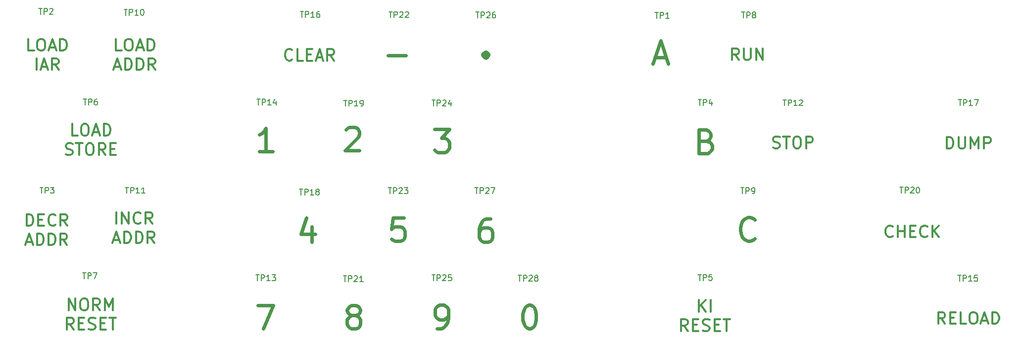
<source format=gbr>
G04 #@! TF.GenerationSoftware,KiCad,Pcbnew,5.1.5+dfsg1-2build2*
G04 #@! TF.CreationDate,2024-06-21T19:05:47+01:00*
G04 #@! TF.ProjectId,qt_touch1,71745f74-6f75-4636-9831-2e6b69636164,rev?*
G04 #@! TF.SameCoordinates,Original*
G04 #@! TF.FileFunction,Legend,Top*
G04 #@! TF.FilePolarity,Positive*
%FSLAX46Y46*%
G04 Gerber Fmt 4.6, Leading zero omitted, Abs format (unit mm)*
G04 Created by KiCad (PCBNEW 5.1.5+dfsg1-2build2) date 2024-06-21 19:05:47*
%MOMM*%
%LPD*%
G04 APERTURE LIST*
%ADD10C,0.300000*%
%ADD11C,0.600000*%
%ADD12C,1.000000*%
%ADD13C,0.150000*%
G04 APERTURE END LIST*
D10*
X212500000Y-108779761D02*
X211833333Y-107827380D01*
X211357142Y-108779761D02*
X211357142Y-106779761D01*
X212119047Y-106779761D01*
X212309523Y-106875000D01*
X212404761Y-106970238D01*
X212500000Y-107160714D01*
X212500000Y-107446428D01*
X212404761Y-107636904D01*
X212309523Y-107732142D01*
X212119047Y-107827380D01*
X211357142Y-107827380D01*
X213357142Y-107732142D02*
X214023809Y-107732142D01*
X214309523Y-108779761D02*
X213357142Y-108779761D01*
X213357142Y-106779761D01*
X214309523Y-106779761D01*
X216119047Y-108779761D02*
X215166666Y-108779761D01*
X215166666Y-106779761D01*
X217166666Y-106779761D02*
X217547619Y-106779761D01*
X217738095Y-106875000D01*
X217928571Y-107065476D01*
X218023809Y-107446428D01*
X218023809Y-108113095D01*
X217928571Y-108494047D01*
X217738095Y-108684523D01*
X217547619Y-108779761D01*
X217166666Y-108779761D01*
X216976190Y-108684523D01*
X216785714Y-108494047D01*
X216690476Y-108113095D01*
X216690476Y-107446428D01*
X216785714Y-107065476D01*
X216976190Y-106875000D01*
X217166666Y-106779761D01*
X218785714Y-108208333D02*
X219738095Y-108208333D01*
X218595238Y-108779761D02*
X219261904Y-106779761D01*
X219928571Y-108779761D01*
X220595238Y-108779761D02*
X220595238Y-106779761D01*
X221071428Y-106779761D01*
X221357142Y-106875000D01*
X221547619Y-107065476D01*
X221642857Y-107255952D01*
X221738095Y-107636904D01*
X221738095Y-107922619D01*
X221642857Y-108303571D01*
X221547619Y-108494047D01*
X221357142Y-108684523D01*
X221071428Y-108779761D01*
X220595238Y-108779761D01*
X170394000Y-106710361D02*
X170394000Y-104710361D01*
X171536857Y-106710361D02*
X170679714Y-105567504D01*
X171536857Y-104710361D02*
X170394000Y-105853219D01*
X172394000Y-106710361D02*
X172394000Y-104710361D01*
X168489238Y-110010361D02*
X167822571Y-109057980D01*
X167346380Y-110010361D02*
X167346380Y-108010361D01*
X168108285Y-108010361D01*
X168298761Y-108105600D01*
X168394000Y-108200838D01*
X168489238Y-108391314D01*
X168489238Y-108677028D01*
X168394000Y-108867504D01*
X168298761Y-108962742D01*
X168108285Y-109057980D01*
X167346380Y-109057980D01*
X169346380Y-108962742D02*
X170013047Y-108962742D01*
X170298761Y-110010361D02*
X169346380Y-110010361D01*
X169346380Y-108010361D01*
X170298761Y-108010361D01*
X171060666Y-109915123D02*
X171346380Y-110010361D01*
X171822571Y-110010361D01*
X172013047Y-109915123D01*
X172108285Y-109819885D01*
X172203523Y-109629409D01*
X172203523Y-109438933D01*
X172108285Y-109248457D01*
X172013047Y-109153219D01*
X171822571Y-109057980D01*
X171441619Y-108962742D01*
X171251142Y-108867504D01*
X171155904Y-108772266D01*
X171060666Y-108581790D01*
X171060666Y-108391314D01*
X171155904Y-108200838D01*
X171251142Y-108105600D01*
X171441619Y-108010361D01*
X171917809Y-108010361D01*
X172203523Y-108105600D01*
X173060666Y-108962742D02*
X173727333Y-108962742D01*
X174013047Y-110010361D02*
X173060666Y-110010361D01*
X173060666Y-108010361D01*
X174013047Y-108010361D01*
X174584476Y-108010361D02*
X175727333Y-108010361D01*
X175155904Y-110010361D02*
X175155904Y-108010361D01*
D11*
X179947295Y-94202971D02*
X179756819Y-94393447D01*
X179185390Y-94583923D01*
X178804438Y-94583923D01*
X178233009Y-94393447D01*
X177852057Y-94012495D01*
X177661580Y-93631542D01*
X177471104Y-92869638D01*
X177471104Y-92298209D01*
X177661580Y-91536304D01*
X177852057Y-91155352D01*
X178233009Y-90774400D01*
X178804438Y-90583923D01*
X179185390Y-90583923D01*
X179756819Y-90774400D01*
X179947295Y-90964876D01*
D10*
X183100647Y-78648723D02*
X183386361Y-78743961D01*
X183862552Y-78743961D01*
X184053028Y-78648723D01*
X184148266Y-78553485D01*
X184243504Y-78363009D01*
X184243504Y-78172533D01*
X184148266Y-77982057D01*
X184053028Y-77886819D01*
X183862552Y-77791580D01*
X183481600Y-77696342D01*
X183291123Y-77601104D01*
X183195885Y-77505866D01*
X183100647Y-77315390D01*
X183100647Y-77124914D01*
X183195885Y-76934438D01*
X183291123Y-76839200D01*
X183481600Y-76743961D01*
X183957790Y-76743961D01*
X184243504Y-76839200D01*
X184814933Y-76743961D02*
X185957790Y-76743961D01*
X185386361Y-78743961D02*
X185386361Y-76743961D01*
X187005409Y-76743961D02*
X187386361Y-76743961D01*
X187576838Y-76839200D01*
X187767314Y-77029676D01*
X187862552Y-77410628D01*
X187862552Y-78077295D01*
X187767314Y-78458247D01*
X187576838Y-78648723D01*
X187386361Y-78743961D01*
X187005409Y-78743961D01*
X186814933Y-78648723D01*
X186624457Y-78458247D01*
X186529219Y-78077295D01*
X186529219Y-77410628D01*
X186624457Y-77029676D01*
X186814933Y-76839200D01*
X187005409Y-76743961D01*
X188719695Y-78743961D02*
X188719695Y-76743961D01*
X189481600Y-76743961D01*
X189672076Y-76839200D01*
X189767314Y-76934438D01*
X189862552Y-77124914D01*
X189862552Y-77410628D01*
X189767314Y-77601104D01*
X189672076Y-77696342D01*
X189481600Y-77791580D01*
X188719695Y-77791580D01*
D11*
X171679714Y-77502685D02*
X172251142Y-77693161D01*
X172441619Y-77883638D01*
X172632095Y-78264590D01*
X172632095Y-78836019D01*
X172441619Y-79216971D01*
X172251142Y-79407447D01*
X171870190Y-79597923D01*
X170346380Y-79597923D01*
X170346380Y-75597923D01*
X171679714Y-75597923D01*
X172060666Y-75788400D01*
X172251142Y-75978876D01*
X172441619Y-76359828D01*
X172441619Y-76740780D01*
X172251142Y-77121733D01*
X172060666Y-77312209D01*
X171679714Y-77502685D01*
X170346380Y-77502685D01*
X162872419Y-63164266D02*
X164777180Y-63164266D01*
X162491466Y-64307123D02*
X163824800Y-60307123D01*
X165158133Y-64307123D01*
D10*
X177233009Y-63656361D02*
X176566342Y-62703980D01*
X176090152Y-63656361D02*
X176090152Y-61656361D01*
X176852057Y-61656361D01*
X177042533Y-61751600D01*
X177137771Y-61846838D01*
X177233009Y-62037314D01*
X177233009Y-62323028D01*
X177137771Y-62513504D01*
X177042533Y-62608742D01*
X176852057Y-62703980D01*
X176090152Y-62703980D01*
X178090152Y-61656361D02*
X178090152Y-63275409D01*
X178185390Y-63465885D01*
X178280628Y-63561123D01*
X178471104Y-63656361D01*
X178852057Y-63656361D01*
X179042533Y-63561123D01*
X179137771Y-63465885D01*
X179233009Y-63275409D01*
X179233009Y-61656361D01*
X180185390Y-63656361D02*
X180185390Y-61656361D01*
X181328247Y-63656361D01*
X181328247Y-61656361D01*
X212790114Y-78794761D02*
X212790114Y-76794761D01*
X213266304Y-76794761D01*
X213552019Y-76890000D01*
X213742495Y-77080476D01*
X213837733Y-77270952D01*
X213932971Y-77651904D01*
X213932971Y-77937619D01*
X213837733Y-78318571D01*
X213742495Y-78509047D01*
X213552019Y-78699523D01*
X213266304Y-78794761D01*
X212790114Y-78794761D01*
X214790114Y-76794761D02*
X214790114Y-78413809D01*
X214885352Y-78604285D01*
X214980590Y-78699523D01*
X215171066Y-78794761D01*
X215552019Y-78794761D01*
X215742495Y-78699523D01*
X215837733Y-78604285D01*
X215932971Y-78413809D01*
X215932971Y-76794761D01*
X216885352Y-78794761D02*
X216885352Y-76794761D01*
X217552019Y-78223333D01*
X218218685Y-76794761D01*
X218218685Y-78794761D01*
X219171066Y-78794761D02*
X219171066Y-76794761D01*
X219932971Y-76794761D01*
X220123447Y-76890000D01*
X220218685Y-76985238D01*
X220313923Y-77175714D01*
X220313923Y-77461428D01*
X220218685Y-77651904D01*
X220123447Y-77747142D01*
X219932971Y-77842380D01*
X219171066Y-77842380D01*
X203566666Y-93764285D02*
X203471428Y-93859523D01*
X203185714Y-93954761D01*
X202995238Y-93954761D01*
X202709523Y-93859523D01*
X202519047Y-93669047D01*
X202423809Y-93478571D01*
X202328571Y-93097619D01*
X202328571Y-92811904D01*
X202423809Y-92430952D01*
X202519047Y-92240476D01*
X202709523Y-92050000D01*
X202995238Y-91954761D01*
X203185714Y-91954761D01*
X203471428Y-92050000D01*
X203566666Y-92145238D01*
X204423809Y-93954761D02*
X204423809Y-91954761D01*
X204423809Y-92907142D02*
X205566666Y-92907142D01*
X205566666Y-93954761D02*
X205566666Y-91954761D01*
X206519047Y-92907142D02*
X207185714Y-92907142D01*
X207471428Y-93954761D02*
X206519047Y-93954761D01*
X206519047Y-91954761D01*
X207471428Y-91954761D01*
X209471428Y-93764285D02*
X209376190Y-93859523D01*
X209090476Y-93954761D01*
X208900000Y-93954761D01*
X208614285Y-93859523D01*
X208423809Y-93669047D01*
X208328571Y-93478571D01*
X208233333Y-93097619D01*
X208233333Y-92811904D01*
X208328571Y-92430952D01*
X208423809Y-92240476D01*
X208614285Y-92050000D01*
X208900000Y-91954761D01*
X209090476Y-91954761D01*
X209376190Y-92050000D01*
X209471428Y-92145238D01*
X210328571Y-93954761D02*
X210328571Y-91954761D01*
X211471428Y-93954761D02*
X210614285Y-92811904D01*
X211471428Y-91954761D02*
X210328571Y-93097619D01*
D11*
X104185504Y-92120457D02*
X104185504Y-94787123D01*
X103233123Y-90596647D02*
X102280742Y-93453790D01*
X104756933Y-93453790D01*
X119920780Y-90634723D02*
X118016019Y-90634723D01*
X117825542Y-92539485D01*
X118016019Y-92349009D01*
X118396971Y-92158533D01*
X119349352Y-92158533D01*
X119730304Y-92349009D01*
X119920780Y-92539485D01*
X120111257Y-92920438D01*
X120111257Y-93872819D01*
X119920780Y-94253771D01*
X119730304Y-94444247D01*
X119349352Y-94634723D01*
X118396971Y-94634723D01*
X118016019Y-94444247D01*
X117825542Y-94253771D01*
X134716304Y-90787123D02*
X133954400Y-90787123D01*
X133573447Y-90977600D01*
X133382971Y-91168076D01*
X133002019Y-91739504D01*
X132811542Y-92501409D01*
X132811542Y-94025219D01*
X133002019Y-94406171D01*
X133192495Y-94596647D01*
X133573447Y-94787123D01*
X134335352Y-94787123D01*
X134716304Y-94596647D01*
X134906780Y-94406171D01*
X135097257Y-94025219D01*
X135097257Y-93072838D01*
X134906780Y-92691885D01*
X134716304Y-92501409D01*
X134335352Y-92310933D01*
X133573447Y-92310933D01*
X133192495Y-92501409D01*
X133002019Y-92691885D01*
X132811542Y-93072838D01*
X141231523Y-105569923D02*
X141612476Y-105569923D01*
X141993428Y-105760400D01*
X142183904Y-105950876D01*
X142374380Y-106331828D01*
X142564857Y-107093733D01*
X142564857Y-108046114D01*
X142374380Y-108808019D01*
X142183904Y-109188971D01*
X141993428Y-109379447D01*
X141612476Y-109569923D01*
X141231523Y-109569923D01*
X140850571Y-109379447D01*
X140660095Y-109188971D01*
X140469619Y-108808019D01*
X140279142Y-108046114D01*
X140279142Y-107093733D01*
X140469619Y-106331828D01*
X140660095Y-105950876D01*
X140850571Y-105760400D01*
X141231523Y-105569923D01*
X125623295Y-109569923D02*
X126385200Y-109569923D01*
X126766152Y-109379447D01*
X126956628Y-109188971D01*
X127337580Y-108617542D01*
X127528057Y-107855638D01*
X127528057Y-106331828D01*
X127337580Y-105950876D01*
X127147104Y-105760400D01*
X126766152Y-105569923D01*
X126004247Y-105569923D01*
X125623295Y-105760400D01*
X125432819Y-105950876D01*
X125242342Y-106331828D01*
X125242342Y-107284209D01*
X125432819Y-107665161D01*
X125623295Y-107855638D01*
X126004247Y-108046114D01*
X126766152Y-108046114D01*
X127147104Y-107855638D01*
X127337580Y-107665161D01*
X127528057Y-107284209D01*
X110967447Y-107335009D02*
X110586495Y-107144533D01*
X110396019Y-106954057D01*
X110205542Y-106573104D01*
X110205542Y-106382628D01*
X110396019Y-106001676D01*
X110586495Y-105811200D01*
X110967447Y-105620723D01*
X111729352Y-105620723D01*
X112110304Y-105811200D01*
X112300780Y-106001676D01*
X112491257Y-106382628D01*
X112491257Y-106573104D01*
X112300780Y-106954057D01*
X112110304Y-107144533D01*
X111729352Y-107335009D01*
X110967447Y-107335009D01*
X110586495Y-107525485D01*
X110396019Y-107715961D01*
X110205542Y-108096914D01*
X110205542Y-108858819D01*
X110396019Y-109239771D01*
X110586495Y-109430247D01*
X110967447Y-109620723D01*
X111729352Y-109620723D01*
X112110304Y-109430247D01*
X112300780Y-109239771D01*
X112491257Y-108858819D01*
X112491257Y-108096914D01*
X112300780Y-107715961D01*
X112110304Y-107525485D01*
X111729352Y-107335009D01*
X94927466Y-105620723D02*
X97594133Y-105620723D01*
X95879847Y-109620723D01*
X97454457Y-79293123D02*
X95168742Y-79293123D01*
X96311600Y-79293123D02*
X96311600Y-75293123D01*
X95930647Y-75864552D01*
X95549695Y-76245504D01*
X95168742Y-76435980D01*
X110053142Y-75521676D02*
X110243619Y-75331200D01*
X110624571Y-75140723D01*
X111576952Y-75140723D01*
X111957904Y-75331200D01*
X112148380Y-75521676D01*
X112338857Y-75902628D01*
X112338857Y-76283580D01*
X112148380Y-76855009D01*
X109862666Y-79140723D01*
X112338857Y-79140723D01*
X125204266Y-75445523D02*
X127680457Y-75445523D01*
X126347123Y-76969333D01*
X126918552Y-76969333D01*
X127299504Y-77159809D01*
X127489980Y-77350285D01*
X127680457Y-77731238D01*
X127680457Y-78683619D01*
X127489980Y-79064571D01*
X127299504Y-79255047D01*
X126918552Y-79445523D01*
X125775695Y-79445523D01*
X125394742Y-79255047D01*
X125204266Y-79064571D01*
D10*
X70708780Y-91673561D02*
X70708780Y-89673561D01*
X71661161Y-91673561D02*
X71661161Y-89673561D01*
X72804019Y-91673561D01*
X72804019Y-89673561D01*
X74899257Y-91483085D02*
X74804019Y-91578323D01*
X74518304Y-91673561D01*
X74327828Y-91673561D01*
X74042114Y-91578323D01*
X73851638Y-91387847D01*
X73756400Y-91197371D01*
X73661161Y-90816419D01*
X73661161Y-90530704D01*
X73756400Y-90149752D01*
X73851638Y-89959276D01*
X74042114Y-89768800D01*
X74327828Y-89673561D01*
X74518304Y-89673561D01*
X74804019Y-89768800D01*
X74899257Y-89864038D01*
X76899257Y-91673561D02*
X76232590Y-90721180D01*
X75756400Y-91673561D02*
X75756400Y-89673561D01*
X76518304Y-89673561D01*
X76708780Y-89768800D01*
X76804019Y-89864038D01*
X76899257Y-90054514D01*
X76899257Y-90340228D01*
X76804019Y-90530704D01*
X76708780Y-90625942D01*
X76518304Y-90721180D01*
X75756400Y-90721180D01*
X70280209Y-94402133D02*
X71232590Y-94402133D01*
X70089733Y-94973561D02*
X70756400Y-92973561D01*
X71423066Y-94973561D01*
X72089733Y-94973561D02*
X72089733Y-92973561D01*
X72565923Y-92973561D01*
X72851638Y-93068800D01*
X73042114Y-93259276D01*
X73137352Y-93449752D01*
X73232590Y-93830704D01*
X73232590Y-94116419D01*
X73137352Y-94497371D01*
X73042114Y-94687847D01*
X72851638Y-94878323D01*
X72565923Y-94973561D01*
X72089733Y-94973561D01*
X74089733Y-94973561D02*
X74089733Y-92973561D01*
X74565923Y-92973561D01*
X74851638Y-93068800D01*
X75042114Y-93259276D01*
X75137352Y-93449752D01*
X75232590Y-93830704D01*
X75232590Y-94116419D01*
X75137352Y-94497371D01*
X75042114Y-94687847D01*
X74851638Y-94878323D01*
X74565923Y-94973561D01*
X74089733Y-94973561D01*
X77232590Y-94973561D02*
X76565923Y-94021180D01*
X76089733Y-94973561D02*
X76089733Y-92973561D01*
X76851638Y-92973561D01*
X77042114Y-93068800D01*
X77137352Y-93164038D01*
X77232590Y-93354514D01*
X77232590Y-93640228D01*
X77137352Y-93830704D01*
X77042114Y-93925942D01*
X76851638Y-94021180D01*
X76089733Y-94021180D01*
X55392628Y-92029161D02*
X55392628Y-90029161D01*
X55868819Y-90029161D01*
X56154533Y-90124400D01*
X56345009Y-90314876D01*
X56440247Y-90505352D01*
X56535485Y-90886304D01*
X56535485Y-91172019D01*
X56440247Y-91552971D01*
X56345009Y-91743447D01*
X56154533Y-91933923D01*
X55868819Y-92029161D01*
X55392628Y-92029161D01*
X57392628Y-90981542D02*
X58059295Y-90981542D01*
X58345009Y-92029161D02*
X57392628Y-92029161D01*
X57392628Y-90029161D01*
X58345009Y-90029161D01*
X60345009Y-91838685D02*
X60249771Y-91933923D01*
X59964057Y-92029161D01*
X59773580Y-92029161D01*
X59487866Y-91933923D01*
X59297390Y-91743447D01*
X59202152Y-91552971D01*
X59106914Y-91172019D01*
X59106914Y-90886304D01*
X59202152Y-90505352D01*
X59297390Y-90314876D01*
X59487866Y-90124400D01*
X59773580Y-90029161D01*
X59964057Y-90029161D01*
X60249771Y-90124400D01*
X60345009Y-90219638D01*
X62345009Y-92029161D02*
X61678342Y-91076780D01*
X61202152Y-92029161D02*
X61202152Y-90029161D01*
X61964057Y-90029161D01*
X62154533Y-90124400D01*
X62249771Y-90219638D01*
X62345009Y-90410114D01*
X62345009Y-90695828D01*
X62249771Y-90886304D01*
X62154533Y-90981542D01*
X61964057Y-91076780D01*
X61202152Y-91076780D01*
X55345009Y-94757733D02*
X56297390Y-94757733D01*
X55154533Y-95329161D02*
X55821200Y-93329161D01*
X56487866Y-95329161D01*
X57154533Y-95329161D02*
X57154533Y-93329161D01*
X57630723Y-93329161D01*
X57916438Y-93424400D01*
X58106914Y-93614876D01*
X58202152Y-93805352D01*
X58297390Y-94186304D01*
X58297390Y-94472019D01*
X58202152Y-94852971D01*
X58106914Y-95043447D01*
X57916438Y-95233923D01*
X57630723Y-95329161D01*
X57154533Y-95329161D01*
X59154533Y-95329161D02*
X59154533Y-93329161D01*
X59630723Y-93329161D01*
X59916438Y-93424400D01*
X60106914Y-93614876D01*
X60202152Y-93805352D01*
X60297390Y-94186304D01*
X60297390Y-94472019D01*
X60202152Y-94852971D01*
X60106914Y-95043447D01*
X59916438Y-95233923D01*
X59630723Y-95329161D01*
X59154533Y-95329161D01*
X62297390Y-95329161D02*
X61630723Y-94376780D01*
X61154533Y-95329161D02*
X61154533Y-93329161D01*
X61916438Y-93329161D01*
X62106914Y-93424400D01*
X62202152Y-93519638D01*
X62297390Y-93710114D01*
X62297390Y-93995828D01*
X62202152Y-94186304D01*
X62106914Y-94281542D01*
X61916438Y-94376780D01*
X61154533Y-94376780D01*
X64104685Y-76585961D02*
X63152304Y-76585961D01*
X63152304Y-74585961D01*
X65152304Y-74585961D02*
X65533257Y-74585961D01*
X65723733Y-74681200D01*
X65914209Y-74871676D01*
X66009447Y-75252628D01*
X66009447Y-75919295D01*
X65914209Y-76300247D01*
X65723733Y-76490723D01*
X65533257Y-76585961D01*
X65152304Y-76585961D01*
X64961828Y-76490723D01*
X64771352Y-76300247D01*
X64676114Y-75919295D01*
X64676114Y-75252628D01*
X64771352Y-74871676D01*
X64961828Y-74681200D01*
X65152304Y-74585961D01*
X66771352Y-76014533D02*
X67723733Y-76014533D01*
X66580876Y-76585961D02*
X67247542Y-74585961D01*
X67914209Y-76585961D01*
X68580876Y-76585961D02*
X68580876Y-74585961D01*
X69057066Y-74585961D01*
X69342780Y-74681200D01*
X69533257Y-74871676D01*
X69628495Y-75062152D01*
X69723733Y-75443104D01*
X69723733Y-75728819D01*
X69628495Y-76109771D01*
X69533257Y-76300247D01*
X69342780Y-76490723D01*
X69057066Y-76585961D01*
X68580876Y-76585961D01*
X62104685Y-79790723D02*
X62390400Y-79885961D01*
X62866590Y-79885961D01*
X63057066Y-79790723D01*
X63152304Y-79695485D01*
X63247542Y-79505009D01*
X63247542Y-79314533D01*
X63152304Y-79124057D01*
X63057066Y-79028819D01*
X62866590Y-78933580D01*
X62485638Y-78838342D01*
X62295161Y-78743104D01*
X62199923Y-78647866D01*
X62104685Y-78457390D01*
X62104685Y-78266914D01*
X62199923Y-78076438D01*
X62295161Y-77981200D01*
X62485638Y-77885961D01*
X62961828Y-77885961D01*
X63247542Y-77981200D01*
X63818971Y-77885961D02*
X64961828Y-77885961D01*
X64390400Y-79885961D02*
X64390400Y-77885961D01*
X66009447Y-77885961D02*
X66390400Y-77885961D01*
X66580876Y-77981200D01*
X66771352Y-78171676D01*
X66866590Y-78552628D01*
X66866590Y-79219295D01*
X66771352Y-79600247D01*
X66580876Y-79790723D01*
X66390400Y-79885961D01*
X66009447Y-79885961D01*
X65818971Y-79790723D01*
X65628495Y-79600247D01*
X65533257Y-79219295D01*
X65533257Y-78552628D01*
X65628495Y-78171676D01*
X65818971Y-77981200D01*
X66009447Y-77885961D01*
X68866590Y-79885961D02*
X68199923Y-78933580D01*
X67723733Y-79885961D02*
X67723733Y-77885961D01*
X68485638Y-77885961D01*
X68676114Y-77981200D01*
X68771352Y-78076438D01*
X68866590Y-78266914D01*
X68866590Y-78552628D01*
X68771352Y-78743104D01*
X68676114Y-78838342D01*
X68485638Y-78933580D01*
X67723733Y-78933580D01*
X69723733Y-78838342D02*
X70390400Y-78838342D01*
X70676114Y-79885961D02*
X69723733Y-79885961D01*
X69723733Y-77885961D01*
X70676114Y-77885961D01*
X62577695Y-106456361D02*
X62577695Y-104456361D01*
X63720552Y-106456361D01*
X63720552Y-104456361D01*
X65053885Y-104456361D02*
X65434838Y-104456361D01*
X65625314Y-104551600D01*
X65815790Y-104742076D01*
X65911028Y-105123028D01*
X65911028Y-105789695D01*
X65815790Y-106170647D01*
X65625314Y-106361123D01*
X65434838Y-106456361D01*
X65053885Y-106456361D01*
X64863409Y-106361123D01*
X64672933Y-106170647D01*
X64577695Y-105789695D01*
X64577695Y-105123028D01*
X64672933Y-104742076D01*
X64863409Y-104551600D01*
X65053885Y-104456361D01*
X67911028Y-106456361D02*
X67244361Y-105503980D01*
X66768171Y-106456361D02*
X66768171Y-104456361D01*
X67530076Y-104456361D01*
X67720552Y-104551600D01*
X67815790Y-104646838D01*
X67911028Y-104837314D01*
X67911028Y-105123028D01*
X67815790Y-105313504D01*
X67720552Y-105408742D01*
X67530076Y-105503980D01*
X66768171Y-105503980D01*
X68768171Y-106456361D02*
X68768171Y-104456361D01*
X69434838Y-105884933D01*
X70101504Y-104456361D01*
X70101504Y-106456361D01*
X63434838Y-109756361D02*
X62768171Y-108803980D01*
X62291980Y-109756361D02*
X62291980Y-107756361D01*
X63053885Y-107756361D01*
X63244361Y-107851600D01*
X63339600Y-107946838D01*
X63434838Y-108137314D01*
X63434838Y-108423028D01*
X63339600Y-108613504D01*
X63244361Y-108708742D01*
X63053885Y-108803980D01*
X62291980Y-108803980D01*
X64291980Y-108708742D02*
X64958647Y-108708742D01*
X65244361Y-109756361D02*
X64291980Y-109756361D01*
X64291980Y-107756361D01*
X65244361Y-107756361D01*
X66006266Y-109661123D02*
X66291980Y-109756361D01*
X66768171Y-109756361D01*
X66958647Y-109661123D01*
X67053885Y-109565885D01*
X67149123Y-109375409D01*
X67149123Y-109184933D01*
X67053885Y-108994457D01*
X66958647Y-108899219D01*
X66768171Y-108803980D01*
X66387219Y-108708742D01*
X66196742Y-108613504D01*
X66101504Y-108518266D01*
X66006266Y-108327790D01*
X66006266Y-108137314D01*
X66101504Y-107946838D01*
X66196742Y-107851600D01*
X66387219Y-107756361D01*
X66863409Y-107756361D01*
X67149123Y-107851600D01*
X68006266Y-108708742D02*
X68672933Y-108708742D01*
X68958647Y-109756361D02*
X68006266Y-109756361D01*
X68006266Y-107756361D01*
X68958647Y-107756361D01*
X69530076Y-107756361D02*
X70672933Y-107756361D01*
X70101504Y-109756361D02*
X70101504Y-107756361D01*
X71623085Y-62057161D02*
X70670704Y-62057161D01*
X70670704Y-60057161D01*
X72670704Y-60057161D02*
X73051657Y-60057161D01*
X73242133Y-60152400D01*
X73432609Y-60342876D01*
X73527847Y-60723828D01*
X73527847Y-61390495D01*
X73432609Y-61771447D01*
X73242133Y-61961923D01*
X73051657Y-62057161D01*
X72670704Y-62057161D01*
X72480228Y-61961923D01*
X72289752Y-61771447D01*
X72194514Y-61390495D01*
X72194514Y-60723828D01*
X72289752Y-60342876D01*
X72480228Y-60152400D01*
X72670704Y-60057161D01*
X74289752Y-61485733D02*
X75242133Y-61485733D01*
X74099276Y-62057161D02*
X74765942Y-60057161D01*
X75432609Y-62057161D01*
X76099276Y-62057161D02*
X76099276Y-60057161D01*
X76575466Y-60057161D01*
X76861180Y-60152400D01*
X77051657Y-60342876D01*
X77146895Y-60533352D01*
X77242133Y-60914304D01*
X77242133Y-61200019D01*
X77146895Y-61580971D01*
X77051657Y-61771447D01*
X76861180Y-61961923D01*
X76575466Y-62057161D01*
X76099276Y-62057161D01*
X70432609Y-64785733D02*
X71384990Y-64785733D01*
X70242133Y-65357161D02*
X70908800Y-63357161D01*
X71575466Y-65357161D01*
X72242133Y-65357161D02*
X72242133Y-63357161D01*
X72718323Y-63357161D01*
X73004038Y-63452400D01*
X73194514Y-63642876D01*
X73289752Y-63833352D01*
X73384990Y-64214304D01*
X73384990Y-64500019D01*
X73289752Y-64880971D01*
X73194514Y-65071447D01*
X73004038Y-65261923D01*
X72718323Y-65357161D01*
X72242133Y-65357161D01*
X74242133Y-65357161D02*
X74242133Y-63357161D01*
X74718323Y-63357161D01*
X75004038Y-63452400D01*
X75194514Y-63642876D01*
X75289752Y-63833352D01*
X75384990Y-64214304D01*
X75384990Y-64500019D01*
X75289752Y-64880971D01*
X75194514Y-65071447D01*
X75004038Y-65261923D01*
X74718323Y-65357161D01*
X74242133Y-65357161D01*
X77384990Y-65357161D02*
X76718323Y-64404780D01*
X76242133Y-65357161D02*
X76242133Y-63357161D01*
X77004038Y-63357161D01*
X77194514Y-63452400D01*
X77289752Y-63547638D01*
X77384990Y-63738114D01*
X77384990Y-64023828D01*
X77289752Y-64214304D01*
X77194514Y-64309542D01*
X77004038Y-64404780D01*
X76242133Y-64404780D01*
X56637085Y-62057161D02*
X55684704Y-62057161D01*
X55684704Y-60057161D01*
X57684704Y-60057161D02*
X58065657Y-60057161D01*
X58256133Y-60152400D01*
X58446609Y-60342876D01*
X58541847Y-60723828D01*
X58541847Y-61390495D01*
X58446609Y-61771447D01*
X58256133Y-61961923D01*
X58065657Y-62057161D01*
X57684704Y-62057161D01*
X57494228Y-61961923D01*
X57303752Y-61771447D01*
X57208514Y-61390495D01*
X57208514Y-60723828D01*
X57303752Y-60342876D01*
X57494228Y-60152400D01*
X57684704Y-60057161D01*
X59303752Y-61485733D02*
X60256133Y-61485733D01*
X59113276Y-62057161D02*
X59779942Y-60057161D01*
X60446609Y-62057161D01*
X61113276Y-62057161D02*
X61113276Y-60057161D01*
X61589466Y-60057161D01*
X61875180Y-60152400D01*
X62065657Y-60342876D01*
X62160895Y-60533352D01*
X62256133Y-60914304D01*
X62256133Y-61200019D01*
X62160895Y-61580971D01*
X62065657Y-61771447D01*
X61875180Y-61961923D01*
X61589466Y-62057161D01*
X61113276Y-62057161D01*
X57065657Y-65357161D02*
X57065657Y-63357161D01*
X57922800Y-64785733D02*
X58875180Y-64785733D01*
X57732323Y-65357161D02*
X58398990Y-63357161D01*
X59065657Y-65357161D01*
X60875180Y-65357161D02*
X60208514Y-64404780D01*
X59732323Y-65357161D02*
X59732323Y-63357161D01*
X60494228Y-63357161D01*
X60684704Y-63452400D01*
X60779942Y-63547638D01*
X60875180Y-63738114D01*
X60875180Y-64023828D01*
X60779942Y-64214304D01*
X60684704Y-64309542D01*
X60494228Y-64404780D01*
X59732323Y-64404780D01*
X100826819Y-63567485D02*
X100731580Y-63662723D01*
X100445866Y-63757961D01*
X100255390Y-63757961D01*
X99969676Y-63662723D01*
X99779200Y-63472247D01*
X99683961Y-63281771D01*
X99588723Y-62900819D01*
X99588723Y-62615104D01*
X99683961Y-62234152D01*
X99779200Y-62043676D01*
X99969676Y-61853200D01*
X100255390Y-61757961D01*
X100445866Y-61757961D01*
X100731580Y-61853200D01*
X100826819Y-61948438D01*
X102636342Y-63757961D02*
X101683961Y-63757961D01*
X101683961Y-61757961D01*
X103303009Y-62710342D02*
X103969676Y-62710342D01*
X104255390Y-63757961D02*
X103303009Y-63757961D01*
X103303009Y-61757961D01*
X104255390Y-61757961D01*
X105017295Y-63186533D02*
X105969676Y-63186533D01*
X104826819Y-63757961D02*
X105493485Y-61757961D01*
X106160152Y-63757961D01*
X107969676Y-63757961D02*
X107303009Y-62805580D01*
X106826819Y-63757961D02*
X106826819Y-61757961D01*
X107588723Y-61757961D01*
X107779200Y-61853200D01*
X107874438Y-61948438D01*
X107969676Y-62138914D01*
X107969676Y-62424628D01*
X107874438Y-62615104D01*
X107779200Y-62710342D01*
X107588723Y-62805580D01*
X106826819Y-62805580D01*
D11*
X117241390Y-62834114D02*
X120289009Y-62834114D01*
D12*
X133954400Y-62506857D02*
X134240114Y-62792571D01*
X133954400Y-63078285D01*
X133668685Y-62792571D01*
X133954400Y-62506857D01*
X133954400Y-63078285D01*
D13*
X139486904Y-100477380D02*
X140058333Y-100477380D01*
X139772619Y-101477380D02*
X139772619Y-100477380D01*
X140391666Y-101477380D02*
X140391666Y-100477380D01*
X140772619Y-100477380D01*
X140867857Y-100525000D01*
X140915476Y-100572619D01*
X140963095Y-100667857D01*
X140963095Y-100810714D01*
X140915476Y-100905952D01*
X140867857Y-100953571D01*
X140772619Y-101001190D01*
X140391666Y-101001190D01*
X141344047Y-100572619D02*
X141391666Y-100525000D01*
X141486904Y-100477380D01*
X141725000Y-100477380D01*
X141820238Y-100525000D01*
X141867857Y-100572619D01*
X141915476Y-100667857D01*
X141915476Y-100763095D01*
X141867857Y-100905952D01*
X141296428Y-101477380D01*
X141915476Y-101477380D01*
X142486904Y-100905952D02*
X142391666Y-100858333D01*
X142344047Y-100810714D01*
X142296428Y-100715476D01*
X142296428Y-100667857D01*
X142344047Y-100572619D01*
X142391666Y-100525000D01*
X142486904Y-100477380D01*
X142677380Y-100477380D01*
X142772619Y-100525000D01*
X142820238Y-100572619D01*
X142867857Y-100667857D01*
X142867857Y-100715476D01*
X142820238Y-100810714D01*
X142772619Y-100858333D01*
X142677380Y-100905952D01*
X142486904Y-100905952D01*
X142391666Y-100953571D01*
X142344047Y-101001190D01*
X142296428Y-101096428D01*
X142296428Y-101286904D01*
X142344047Y-101382142D01*
X142391666Y-101429761D01*
X142486904Y-101477380D01*
X142677380Y-101477380D01*
X142772619Y-101429761D01*
X142820238Y-101382142D01*
X142867857Y-101286904D01*
X142867857Y-101096428D01*
X142820238Y-101001190D01*
X142772619Y-100953571D01*
X142677380Y-100905952D01*
X132061904Y-85477380D02*
X132633333Y-85477380D01*
X132347619Y-86477380D02*
X132347619Y-85477380D01*
X132966666Y-86477380D02*
X132966666Y-85477380D01*
X133347619Y-85477380D01*
X133442857Y-85525000D01*
X133490476Y-85572619D01*
X133538095Y-85667857D01*
X133538095Y-85810714D01*
X133490476Y-85905952D01*
X133442857Y-85953571D01*
X133347619Y-86001190D01*
X132966666Y-86001190D01*
X133919047Y-85572619D02*
X133966666Y-85525000D01*
X134061904Y-85477380D01*
X134300000Y-85477380D01*
X134395238Y-85525000D01*
X134442857Y-85572619D01*
X134490476Y-85667857D01*
X134490476Y-85763095D01*
X134442857Y-85905952D01*
X133871428Y-86477380D01*
X134490476Y-86477380D01*
X134823809Y-85477380D02*
X135490476Y-85477380D01*
X135061904Y-86477380D01*
X132236904Y-55452380D02*
X132808333Y-55452380D01*
X132522619Y-56452380D02*
X132522619Y-55452380D01*
X133141666Y-56452380D02*
X133141666Y-55452380D01*
X133522619Y-55452380D01*
X133617857Y-55500000D01*
X133665476Y-55547619D01*
X133713095Y-55642857D01*
X133713095Y-55785714D01*
X133665476Y-55880952D01*
X133617857Y-55928571D01*
X133522619Y-55976190D01*
X133141666Y-55976190D01*
X134094047Y-55547619D02*
X134141666Y-55500000D01*
X134236904Y-55452380D01*
X134475000Y-55452380D01*
X134570238Y-55500000D01*
X134617857Y-55547619D01*
X134665476Y-55642857D01*
X134665476Y-55738095D01*
X134617857Y-55880952D01*
X134046428Y-56452380D01*
X134665476Y-56452380D01*
X135522619Y-55452380D02*
X135332142Y-55452380D01*
X135236904Y-55500000D01*
X135189285Y-55547619D01*
X135094047Y-55690476D01*
X135046428Y-55880952D01*
X135046428Y-56261904D01*
X135094047Y-56357142D01*
X135141666Y-56404761D01*
X135236904Y-56452380D01*
X135427380Y-56452380D01*
X135522619Y-56404761D01*
X135570238Y-56357142D01*
X135617857Y-56261904D01*
X135617857Y-56023809D01*
X135570238Y-55928571D01*
X135522619Y-55880952D01*
X135427380Y-55833333D01*
X135236904Y-55833333D01*
X135141666Y-55880952D01*
X135094047Y-55928571D01*
X135046428Y-56023809D01*
X124711904Y-100402380D02*
X125283333Y-100402380D01*
X124997619Y-101402380D02*
X124997619Y-100402380D01*
X125616666Y-101402380D02*
X125616666Y-100402380D01*
X125997619Y-100402380D01*
X126092857Y-100450000D01*
X126140476Y-100497619D01*
X126188095Y-100592857D01*
X126188095Y-100735714D01*
X126140476Y-100830952D01*
X126092857Y-100878571D01*
X125997619Y-100926190D01*
X125616666Y-100926190D01*
X126569047Y-100497619D02*
X126616666Y-100450000D01*
X126711904Y-100402380D01*
X126950000Y-100402380D01*
X127045238Y-100450000D01*
X127092857Y-100497619D01*
X127140476Y-100592857D01*
X127140476Y-100688095D01*
X127092857Y-100830952D01*
X126521428Y-101402380D01*
X127140476Y-101402380D01*
X128045238Y-100402380D02*
X127569047Y-100402380D01*
X127521428Y-100878571D01*
X127569047Y-100830952D01*
X127664285Y-100783333D01*
X127902380Y-100783333D01*
X127997619Y-100830952D01*
X128045238Y-100878571D01*
X128092857Y-100973809D01*
X128092857Y-101211904D01*
X128045238Y-101307142D01*
X127997619Y-101354761D01*
X127902380Y-101402380D01*
X127664285Y-101402380D01*
X127569047Y-101354761D01*
X127521428Y-101307142D01*
X124711904Y-70502380D02*
X125283333Y-70502380D01*
X124997619Y-71502380D02*
X124997619Y-70502380D01*
X125616666Y-71502380D02*
X125616666Y-70502380D01*
X125997619Y-70502380D01*
X126092857Y-70550000D01*
X126140476Y-70597619D01*
X126188095Y-70692857D01*
X126188095Y-70835714D01*
X126140476Y-70930952D01*
X126092857Y-70978571D01*
X125997619Y-71026190D01*
X125616666Y-71026190D01*
X126569047Y-70597619D02*
X126616666Y-70550000D01*
X126711904Y-70502380D01*
X126950000Y-70502380D01*
X127045238Y-70550000D01*
X127092857Y-70597619D01*
X127140476Y-70692857D01*
X127140476Y-70788095D01*
X127092857Y-70930952D01*
X126521428Y-71502380D01*
X127140476Y-71502380D01*
X127997619Y-70835714D02*
X127997619Y-71502380D01*
X127759523Y-70454761D02*
X127521428Y-71169047D01*
X128140476Y-71169047D01*
X117236904Y-85502380D02*
X117808333Y-85502380D01*
X117522619Y-86502380D02*
X117522619Y-85502380D01*
X118141666Y-86502380D02*
X118141666Y-85502380D01*
X118522619Y-85502380D01*
X118617857Y-85550000D01*
X118665476Y-85597619D01*
X118713095Y-85692857D01*
X118713095Y-85835714D01*
X118665476Y-85930952D01*
X118617857Y-85978571D01*
X118522619Y-86026190D01*
X118141666Y-86026190D01*
X119094047Y-85597619D02*
X119141666Y-85550000D01*
X119236904Y-85502380D01*
X119475000Y-85502380D01*
X119570238Y-85550000D01*
X119617857Y-85597619D01*
X119665476Y-85692857D01*
X119665476Y-85788095D01*
X119617857Y-85930952D01*
X119046428Y-86502380D01*
X119665476Y-86502380D01*
X119998809Y-85502380D02*
X120617857Y-85502380D01*
X120284523Y-85883333D01*
X120427380Y-85883333D01*
X120522619Y-85930952D01*
X120570238Y-85978571D01*
X120617857Y-86073809D01*
X120617857Y-86311904D01*
X120570238Y-86407142D01*
X120522619Y-86454761D01*
X120427380Y-86502380D01*
X120141666Y-86502380D01*
X120046428Y-86454761D01*
X119998809Y-86407142D01*
X117361904Y-55377380D02*
X117933333Y-55377380D01*
X117647619Y-56377380D02*
X117647619Y-55377380D01*
X118266666Y-56377380D02*
X118266666Y-55377380D01*
X118647619Y-55377380D01*
X118742857Y-55425000D01*
X118790476Y-55472619D01*
X118838095Y-55567857D01*
X118838095Y-55710714D01*
X118790476Y-55805952D01*
X118742857Y-55853571D01*
X118647619Y-55901190D01*
X118266666Y-55901190D01*
X119219047Y-55472619D02*
X119266666Y-55425000D01*
X119361904Y-55377380D01*
X119600000Y-55377380D01*
X119695238Y-55425000D01*
X119742857Y-55472619D01*
X119790476Y-55567857D01*
X119790476Y-55663095D01*
X119742857Y-55805952D01*
X119171428Y-56377380D01*
X119790476Y-56377380D01*
X120171428Y-55472619D02*
X120219047Y-55425000D01*
X120314285Y-55377380D01*
X120552380Y-55377380D01*
X120647619Y-55425000D01*
X120695238Y-55472619D01*
X120742857Y-55567857D01*
X120742857Y-55663095D01*
X120695238Y-55805952D01*
X120123809Y-56377380D01*
X120742857Y-56377380D01*
X109561904Y-100552380D02*
X110133333Y-100552380D01*
X109847619Y-101552380D02*
X109847619Y-100552380D01*
X110466666Y-101552380D02*
X110466666Y-100552380D01*
X110847619Y-100552380D01*
X110942857Y-100600000D01*
X110990476Y-100647619D01*
X111038095Y-100742857D01*
X111038095Y-100885714D01*
X110990476Y-100980952D01*
X110942857Y-101028571D01*
X110847619Y-101076190D01*
X110466666Y-101076190D01*
X111419047Y-100647619D02*
X111466666Y-100600000D01*
X111561904Y-100552380D01*
X111800000Y-100552380D01*
X111895238Y-100600000D01*
X111942857Y-100647619D01*
X111990476Y-100742857D01*
X111990476Y-100838095D01*
X111942857Y-100980952D01*
X111371428Y-101552380D01*
X111990476Y-101552380D01*
X112942857Y-101552380D02*
X112371428Y-101552380D01*
X112657142Y-101552380D02*
X112657142Y-100552380D01*
X112561904Y-100695238D01*
X112466666Y-100790476D01*
X112371428Y-100838095D01*
X204761904Y-85402380D02*
X205333333Y-85402380D01*
X205047619Y-86402380D02*
X205047619Y-85402380D01*
X205666666Y-86402380D02*
X205666666Y-85402380D01*
X206047619Y-85402380D01*
X206142857Y-85450000D01*
X206190476Y-85497619D01*
X206238095Y-85592857D01*
X206238095Y-85735714D01*
X206190476Y-85830952D01*
X206142857Y-85878571D01*
X206047619Y-85926190D01*
X205666666Y-85926190D01*
X206619047Y-85497619D02*
X206666666Y-85450000D01*
X206761904Y-85402380D01*
X207000000Y-85402380D01*
X207095238Y-85450000D01*
X207142857Y-85497619D01*
X207190476Y-85592857D01*
X207190476Y-85688095D01*
X207142857Y-85830952D01*
X206571428Y-86402380D01*
X207190476Y-86402380D01*
X207809523Y-85402380D02*
X207904761Y-85402380D01*
X208000000Y-85450000D01*
X208047619Y-85497619D01*
X208095238Y-85592857D01*
X208142857Y-85783333D01*
X208142857Y-86021428D01*
X208095238Y-86211904D01*
X208047619Y-86307142D01*
X208000000Y-86354761D01*
X207904761Y-86402380D01*
X207809523Y-86402380D01*
X207714285Y-86354761D01*
X207666666Y-86307142D01*
X207619047Y-86211904D01*
X207571428Y-86021428D01*
X207571428Y-85783333D01*
X207619047Y-85592857D01*
X207666666Y-85497619D01*
X207714285Y-85450000D01*
X207809523Y-85402380D01*
X109611904Y-70527380D02*
X110183333Y-70527380D01*
X109897619Y-71527380D02*
X109897619Y-70527380D01*
X110516666Y-71527380D02*
X110516666Y-70527380D01*
X110897619Y-70527380D01*
X110992857Y-70575000D01*
X111040476Y-70622619D01*
X111088095Y-70717857D01*
X111088095Y-70860714D01*
X111040476Y-70955952D01*
X110992857Y-71003571D01*
X110897619Y-71051190D01*
X110516666Y-71051190D01*
X112040476Y-71527380D02*
X111469047Y-71527380D01*
X111754761Y-71527380D02*
X111754761Y-70527380D01*
X111659523Y-70670238D01*
X111564285Y-70765476D01*
X111469047Y-70813095D01*
X112516666Y-71527380D02*
X112707142Y-71527380D01*
X112802380Y-71479761D01*
X112850000Y-71432142D01*
X112945238Y-71289285D01*
X112992857Y-71098809D01*
X112992857Y-70717857D01*
X112945238Y-70622619D01*
X112897619Y-70575000D01*
X112802380Y-70527380D01*
X112611904Y-70527380D01*
X112516666Y-70575000D01*
X112469047Y-70622619D01*
X112421428Y-70717857D01*
X112421428Y-70955952D01*
X112469047Y-71051190D01*
X112516666Y-71098809D01*
X112611904Y-71146428D01*
X112802380Y-71146428D01*
X112897619Y-71098809D01*
X112945238Y-71051190D01*
X112992857Y-70955952D01*
X102061904Y-85727380D02*
X102633333Y-85727380D01*
X102347619Y-86727380D02*
X102347619Y-85727380D01*
X102966666Y-86727380D02*
X102966666Y-85727380D01*
X103347619Y-85727380D01*
X103442857Y-85775000D01*
X103490476Y-85822619D01*
X103538095Y-85917857D01*
X103538095Y-86060714D01*
X103490476Y-86155952D01*
X103442857Y-86203571D01*
X103347619Y-86251190D01*
X102966666Y-86251190D01*
X104490476Y-86727380D02*
X103919047Y-86727380D01*
X104204761Y-86727380D02*
X104204761Y-85727380D01*
X104109523Y-85870238D01*
X104014285Y-85965476D01*
X103919047Y-86013095D01*
X105061904Y-86155952D02*
X104966666Y-86108333D01*
X104919047Y-86060714D01*
X104871428Y-85965476D01*
X104871428Y-85917857D01*
X104919047Y-85822619D01*
X104966666Y-85775000D01*
X105061904Y-85727380D01*
X105252380Y-85727380D01*
X105347619Y-85775000D01*
X105395238Y-85822619D01*
X105442857Y-85917857D01*
X105442857Y-85965476D01*
X105395238Y-86060714D01*
X105347619Y-86108333D01*
X105252380Y-86155952D01*
X105061904Y-86155952D01*
X104966666Y-86203571D01*
X104919047Y-86251190D01*
X104871428Y-86346428D01*
X104871428Y-86536904D01*
X104919047Y-86632142D01*
X104966666Y-86679761D01*
X105061904Y-86727380D01*
X105252380Y-86727380D01*
X105347619Y-86679761D01*
X105395238Y-86632142D01*
X105442857Y-86536904D01*
X105442857Y-86346428D01*
X105395238Y-86251190D01*
X105347619Y-86203571D01*
X105252380Y-86155952D01*
X214761904Y-70427380D02*
X215333333Y-70427380D01*
X215047619Y-71427380D02*
X215047619Y-70427380D01*
X215666666Y-71427380D02*
X215666666Y-70427380D01*
X216047619Y-70427380D01*
X216142857Y-70475000D01*
X216190476Y-70522619D01*
X216238095Y-70617857D01*
X216238095Y-70760714D01*
X216190476Y-70855952D01*
X216142857Y-70903571D01*
X216047619Y-70951190D01*
X215666666Y-70951190D01*
X217190476Y-71427380D02*
X216619047Y-71427380D01*
X216904761Y-71427380D02*
X216904761Y-70427380D01*
X216809523Y-70570238D01*
X216714285Y-70665476D01*
X216619047Y-70713095D01*
X217523809Y-70427380D02*
X218190476Y-70427380D01*
X217761904Y-71427380D01*
X102186904Y-55352380D02*
X102758333Y-55352380D01*
X102472619Y-56352380D02*
X102472619Y-55352380D01*
X103091666Y-56352380D02*
X103091666Y-55352380D01*
X103472619Y-55352380D01*
X103567857Y-55400000D01*
X103615476Y-55447619D01*
X103663095Y-55542857D01*
X103663095Y-55685714D01*
X103615476Y-55780952D01*
X103567857Y-55828571D01*
X103472619Y-55876190D01*
X103091666Y-55876190D01*
X104615476Y-56352380D02*
X104044047Y-56352380D01*
X104329761Y-56352380D02*
X104329761Y-55352380D01*
X104234523Y-55495238D01*
X104139285Y-55590476D01*
X104044047Y-55638095D01*
X105472619Y-55352380D02*
X105282142Y-55352380D01*
X105186904Y-55400000D01*
X105139285Y-55447619D01*
X105044047Y-55590476D01*
X104996428Y-55780952D01*
X104996428Y-56161904D01*
X105044047Y-56257142D01*
X105091666Y-56304761D01*
X105186904Y-56352380D01*
X105377380Y-56352380D01*
X105472619Y-56304761D01*
X105520238Y-56257142D01*
X105567857Y-56161904D01*
X105567857Y-55923809D01*
X105520238Y-55828571D01*
X105472619Y-55780952D01*
X105377380Y-55733333D01*
X105186904Y-55733333D01*
X105091666Y-55780952D01*
X105044047Y-55828571D01*
X104996428Y-55923809D01*
X214686904Y-100477380D02*
X215258333Y-100477380D01*
X214972619Y-101477380D02*
X214972619Y-100477380D01*
X215591666Y-101477380D02*
X215591666Y-100477380D01*
X215972619Y-100477380D01*
X216067857Y-100525000D01*
X216115476Y-100572619D01*
X216163095Y-100667857D01*
X216163095Y-100810714D01*
X216115476Y-100905952D01*
X216067857Y-100953571D01*
X215972619Y-101001190D01*
X215591666Y-101001190D01*
X217115476Y-101477380D02*
X216544047Y-101477380D01*
X216829761Y-101477380D02*
X216829761Y-100477380D01*
X216734523Y-100620238D01*
X216639285Y-100715476D01*
X216544047Y-100763095D01*
X218020238Y-100477380D02*
X217544047Y-100477380D01*
X217496428Y-100953571D01*
X217544047Y-100905952D01*
X217639285Y-100858333D01*
X217877380Y-100858333D01*
X217972619Y-100905952D01*
X218020238Y-100953571D01*
X218067857Y-101048809D01*
X218067857Y-101286904D01*
X218020238Y-101382142D01*
X217972619Y-101429761D01*
X217877380Y-101477380D01*
X217639285Y-101477380D01*
X217544047Y-101429761D01*
X217496428Y-101382142D01*
X94761904Y-70352380D02*
X95333333Y-70352380D01*
X95047619Y-71352380D02*
X95047619Y-70352380D01*
X95666666Y-71352380D02*
X95666666Y-70352380D01*
X96047619Y-70352380D01*
X96142857Y-70400000D01*
X96190476Y-70447619D01*
X96238095Y-70542857D01*
X96238095Y-70685714D01*
X96190476Y-70780952D01*
X96142857Y-70828571D01*
X96047619Y-70876190D01*
X95666666Y-70876190D01*
X97190476Y-71352380D02*
X96619047Y-71352380D01*
X96904761Y-71352380D02*
X96904761Y-70352380D01*
X96809523Y-70495238D01*
X96714285Y-70590476D01*
X96619047Y-70638095D01*
X98047619Y-70685714D02*
X98047619Y-71352380D01*
X97809523Y-70304761D02*
X97571428Y-71019047D01*
X98190476Y-71019047D01*
X94611904Y-100402380D02*
X95183333Y-100402380D01*
X94897619Y-101402380D02*
X94897619Y-100402380D01*
X95516666Y-101402380D02*
X95516666Y-100402380D01*
X95897619Y-100402380D01*
X95992857Y-100450000D01*
X96040476Y-100497619D01*
X96088095Y-100592857D01*
X96088095Y-100735714D01*
X96040476Y-100830952D01*
X95992857Y-100878571D01*
X95897619Y-100926190D01*
X95516666Y-100926190D01*
X97040476Y-101402380D02*
X96469047Y-101402380D01*
X96754761Y-101402380D02*
X96754761Y-100402380D01*
X96659523Y-100545238D01*
X96564285Y-100640476D01*
X96469047Y-100688095D01*
X97373809Y-100402380D02*
X97992857Y-100402380D01*
X97659523Y-100783333D01*
X97802380Y-100783333D01*
X97897619Y-100830952D01*
X97945238Y-100878571D01*
X97992857Y-100973809D01*
X97992857Y-101211904D01*
X97945238Y-101307142D01*
X97897619Y-101354761D01*
X97802380Y-101402380D01*
X97516666Y-101402380D01*
X97421428Y-101354761D01*
X97373809Y-101307142D01*
X184761904Y-70452380D02*
X185333333Y-70452380D01*
X185047619Y-71452380D02*
X185047619Y-70452380D01*
X185666666Y-71452380D02*
X185666666Y-70452380D01*
X186047619Y-70452380D01*
X186142857Y-70500000D01*
X186190476Y-70547619D01*
X186238095Y-70642857D01*
X186238095Y-70785714D01*
X186190476Y-70880952D01*
X186142857Y-70928571D01*
X186047619Y-70976190D01*
X185666666Y-70976190D01*
X187190476Y-71452380D02*
X186619047Y-71452380D01*
X186904761Y-71452380D02*
X186904761Y-70452380D01*
X186809523Y-70595238D01*
X186714285Y-70690476D01*
X186619047Y-70738095D01*
X187571428Y-70547619D02*
X187619047Y-70500000D01*
X187714285Y-70452380D01*
X187952380Y-70452380D01*
X188047619Y-70500000D01*
X188095238Y-70547619D01*
X188142857Y-70642857D01*
X188142857Y-70738095D01*
X188095238Y-70880952D01*
X187523809Y-71452380D01*
X188142857Y-71452380D01*
X72261904Y-85427380D02*
X72833333Y-85427380D01*
X72547619Y-86427380D02*
X72547619Y-85427380D01*
X73166666Y-86427380D02*
X73166666Y-85427380D01*
X73547619Y-85427380D01*
X73642857Y-85475000D01*
X73690476Y-85522619D01*
X73738095Y-85617857D01*
X73738095Y-85760714D01*
X73690476Y-85855952D01*
X73642857Y-85903571D01*
X73547619Y-85951190D01*
X73166666Y-85951190D01*
X74690476Y-86427380D02*
X74119047Y-86427380D01*
X74404761Y-86427380D02*
X74404761Y-85427380D01*
X74309523Y-85570238D01*
X74214285Y-85665476D01*
X74119047Y-85713095D01*
X75642857Y-86427380D02*
X75071428Y-86427380D01*
X75357142Y-86427380D02*
X75357142Y-85427380D01*
X75261904Y-85570238D01*
X75166666Y-85665476D01*
X75071428Y-85713095D01*
X72061904Y-54977380D02*
X72633333Y-54977380D01*
X72347619Y-55977380D02*
X72347619Y-54977380D01*
X72966666Y-55977380D02*
X72966666Y-54977380D01*
X73347619Y-54977380D01*
X73442857Y-55025000D01*
X73490476Y-55072619D01*
X73538095Y-55167857D01*
X73538095Y-55310714D01*
X73490476Y-55405952D01*
X73442857Y-55453571D01*
X73347619Y-55501190D01*
X72966666Y-55501190D01*
X74490476Y-55977380D02*
X73919047Y-55977380D01*
X74204761Y-55977380D02*
X74204761Y-54977380D01*
X74109523Y-55120238D01*
X74014285Y-55215476D01*
X73919047Y-55263095D01*
X75109523Y-54977380D02*
X75204761Y-54977380D01*
X75300000Y-55025000D01*
X75347619Y-55072619D01*
X75395238Y-55167857D01*
X75442857Y-55358333D01*
X75442857Y-55596428D01*
X75395238Y-55786904D01*
X75347619Y-55882142D01*
X75300000Y-55929761D01*
X75204761Y-55977380D01*
X75109523Y-55977380D01*
X75014285Y-55929761D01*
X74966666Y-55882142D01*
X74919047Y-55786904D01*
X74871428Y-55596428D01*
X74871428Y-55358333D01*
X74919047Y-55167857D01*
X74966666Y-55072619D01*
X75014285Y-55025000D01*
X75109523Y-54977380D01*
X177538095Y-85502380D02*
X178109523Y-85502380D01*
X177823809Y-86502380D02*
X177823809Y-85502380D01*
X178442857Y-86502380D02*
X178442857Y-85502380D01*
X178823809Y-85502380D01*
X178919047Y-85550000D01*
X178966666Y-85597619D01*
X179014285Y-85692857D01*
X179014285Y-85835714D01*
X178966666Y-85930952D01*
X178919047Y-85978571D01*
X178823809Y-86026190D01*
X178442857Y-86026190D01*
X179490476Y-86502380D02*
X179680952Y-86502380D01*
X179776190Y-86454761D01*
X179823809Y-86407142D01*
X179919047Y-86264285D01*
X179966666Y-86073809D01*
X179966666Y-85692857D01*
X179919047Y-85597619D01*
X179871428Y-85550000D01*
X179776190Y-85502380D01*
X179585714Y-85502380D01*
X179490476Y-85550000D01*
X179442857Y-85597619D01*
X179395238Y-85692857D01*
X179395238Y-85930952D01*
X179442857Y-86026190D01*
X179490476Y-86073809D01*
X179585714Y-86121428D01*
X179776190Y-86121428D01*
X179871428Y-86073809D01*
X179919047Y-86026190D01*
X179966666Y-85930952D01*
X177688095Y-55452380D02*
X178259523Y-55452380D01*
X177973809Y-56452380D02*
X177973809Y-55452380D01*
X178592857Y-56452380D02*
X178592857Y-55452380D01*
X178973809Y-55452380D01*
X179069047Y-55500000D01*
X179116666Y-55547619D01*
X179164285Y-55642857D01*
X179164285Y-55785714D01*
X179116666Y-55880952D01*
X179069047Y-55928571D01*
X178973809Y-55976190D01*
X178592857Y-55976190D01*
X179735714Y-55880952D02*
X179640476Y-55833333D01*
X179592857Y-55785714D01*
X179545238Y-55690476D01*
X179545238Y-55642857D01*
X179592857Y-55547619D01*
X179640476Y-55500000D01*
X179735714Y-55452380D01*
X179926190Y-55452380D01*
X180021428Y-55500000D01*
X180069047Y-55547619D01*
X180116666Y-55642857D01*
X180116666Y-55690476D01*
X180069047Y-55785714D01*
X180021428Y-55833333D01*
X179926190Y-55880952D01*
X179735714Y-55880952D01*
X179640476Y-55928571D01*
X179592857Y-55976190D01*
X179545238Y-56071428D01*
X179545238Y-56261904D01*
X179592857Y-56357142D01*
X179640476Y-56404761D01*
X179735714Y-56452380D01*
X179926190Y-56452380D01*
X180021428Y-56404761D01*
X180069047Y-56357142D01*
X180116666Y-56261904D01*
X180116666Y-56071428D01*
X180069047Y-55976190D01*
X180021428Y-55928571D01*
X179926190Y-55880952D01*
X64963095Y-100052380D02*
X65534523Y-100052380D01*
X65248809Y-101052380D02*
X65248809Y-100052380D01*
X65867857Y-101052380D02*
X65867857Y-100052380D01*
X66248809Y-100052380D01*
X66344047Y-100100000D01*
X66391666Y-100147619D01*
X66439285Y-100242857D01*
X66439285Y-100385714D01*
X66391666Y-100480952D01*
X66344047Y-100528571D01*
X66248809Y-100576190D01*
X65867857Y-100576190D01*
X66772619Y-100052380D02*
X67439285Y-100052380D01*
X67010714Y-101052380D01*
X65088095Y-70327380D02*
X65659523Y-70327380D01*
X65373809Y-71327380D02*
X65373809Y-70327380D01*
X65992857Y-71327380D02*
X65992857Y-70327380D01*
X66373809Y-70327380D01*
X66469047Y-70375000D01*
X66516666Y-70422619D01*
X66564285Y-70517857D01*
X66564285Y-70660714D01*
X66516666Y-70755952D01*
X66469047Y-70803571D01*
X66373809Y-70851190D01*
X65992857Y-70851190D01*
X67421428Y-70327380D02*
X67230952Y-70327380D01*
X67135714Y-70375000D01*
X67088095Y-70422619D01*
X66992857Y-70565476D01*
X66945238Y-70755952D01*
X66945238Y-71136904D01*
X66992857Y-71232142D01*
X67040476Y-71279761D01*
X67135714Y-71327380D01*
X67326190Y-71327380D01*
X67421428Y-71279761D01*
X67469047Y-71232142D01*
X67516666Y-71136904D01*
X67516666Y-70898809D01*
X67469047Y-70803571D01*
X67421428Y-70755952D01*
X67326190Y-70708333D01*
X67135714Y-70708333D01*
X67040476Y-70755952D01*
X66992857Y-70803571D01*
X66945238Y-70898809D01*
X170238095Y-100352380D02*
X170809523Y-100352380D01*
X170523809Y-101352380D02*
X170523809Y-100352380D01*
X171142857Y-101352380D02*
X171142857Y-100352380D01*
X171523809Y-100352380D01*
X171619047Y-100400000D01*
X171666666Y-100447619D01*
X171714285Y-100542857D01*
X171714285Y-100685714D01*
X171666666Y-100780952D01*
X171619047Y-100828571D01*
X171523809Y-100876190D01*
X171142857Y-100876190D01*
X172619047Y-100352380D02*
X172142857Y-100352380D01*
X172095238Y-100828571D01*
X172142857Y-100780952D01*
X172238095Y-100733333D01*
X172476190Y-100733333D01*
X172571428Y-100780952D01*
X172619047Y-100828571D01*
X172666666Y-100923809D01*
X172666666Y-101161904D01*
X172619047Y-101257142D01*
X172571428Y-101304761D01*
X172476190Y-101352380D01*
X172238095Y-101352380D01*
X172142857Y-101304761D01*
X172095238Y-101257142D01*
X170263095Y-70377380D02*
X170834523Y-70377380D01*
X170548809Y-71377380D02*
X170548809Y-70377380D01*
X171167857Y-71377380D02*
X171167857Y-70377380D01*
X171548809Y-70377380D01*
X171644047Y-70425000D01*
X171691666Y-70472619D01*
X171739285Y-70567857D01*
X171739285Y-70710714D01*
X171691666Y-70805952D01*
X171644047Y-70853571D01*
X171548809Y-70901190D01*
X171167857Y-70901190D01*
X172596428Y-70710714D02*
X172596428Y-71377380D01*
X172358333Y-70329761D02*
X172120238Y-71044047D01*
X172739285Y-71044047D01*
X57663095Y-85427380D02*
X58234523Y-85427380D01*
X57948809Y-86427380D02*
X57948809Y-85427380D01*
X58567857Y-86427380D02*
X58567857Y-85427380D01*
X58948809Y-85427380D01*
X59044047Y-85475000D01*
X59091666Y-85522619D01*
X59139285Y-85617857D01*
X59139285Y-85760714D01*
X59091666Y-85855952D01*
X59044047Y-85903571D01*
X58948809Y-85951190D01*
X58567857Y-85951190D01*
X59472619Y-85427380D02*
X60091666Y-85427380D01*
X59758333Y-85808333D01*
X59901190Y-85808333D01*
X59996428Y-85855952D01*
X60044047Y-85903571D01*
X60091666Y-85998809D01*
X60091666Y-86236904D01*
X60044047Y-86332142D01*
X59996428Y-86379761D01*
X59901190Y-86427380D01*
X59615476Y-86427380D01*
X59520238Y-86379761D01*
X59472619Y-86332142D01*
X57463095Y-54827380D02*
X58034523Y-54827380D01*
X57748809Y-55827380D02*
X57748809Y-54827380D01*
X58367857Y-55827380D02*
X58367857Y-54827380D01*
X58748809Y-54827380D01*
X58844047Y-54875000D01*
X58891666Y-54922619D01*
X58939285Y-55017857D01*
X58939285Y-55160714D01*
X58891666Y-55255952D01*
X58844047Y-55303571D01*
X58748809Y-55351190D01*
X58367857Y-55351190D01*
X59320238Y-54922619D02*
X59367857Y-54875000D01*
X59463095Y-54827380D01*
X59701190Y-54827380D01*
X59796428Y-54875000D01*
X59844047Y-54922619D01*
X59891666Y-55017857D01*
X59891666Y-55113095D01*
X59844047Y-55255952D01*
X59272619Y-55827380D01*
X59891666Y-55827380D01*
X162888095Y-55477380D02*
X163459523Y-55477380D01*
X163173809Y-56477380D02*
X163173809Y-55477380D01*
X163792857Y-56477380D02*
X163792857Y-55477380D01*
X164173809Y-55477380D01*
X164269047Y-55525000D01*
X164316666Y-55572619D01*
X164364285Y-55667857D01*
X164364285Y-55810714D01*
X164316666Y-55905952D01*
X164269047Y-55953571D01*
X164173809Y-56001190D01*
X163792857Y-56001190D01*
X165316666Y-56477380D02*
X164745238Y-56477380D01*
X165030952Y-56477380D02*
X165030952Y-55477380D01*
X164935714Y-55620238D01*
X164840476Y-55715476D01*
X164745238Y-55763095D01*
M02*

</source>
